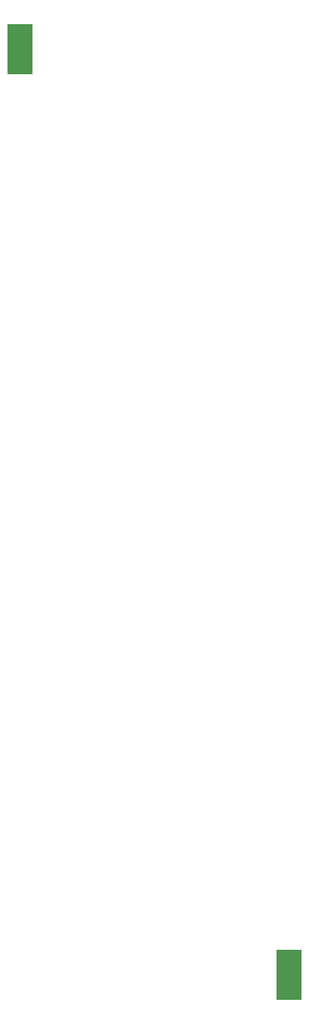
<source format=gbr>
G04 EAGLE Gerber X2 export*
%TF.Part,Single*%
%TF.FileFunction,Paste,Bot*%
%TF.FilePolarity,Positive*%
%TF.GenerationSoftware,Autodesk,EAGLE,9.2.2*%
%TF.CreationDate,2019-01-20T16:46:20Z*%
G75*
%MOMM*%
%FSLAX34Y34*%
%LPD*%
%INSolderpaste Bottom*%
%AMOC8*
5,1,8,0,0,1.08239X$1,22.5*%
G01*
%ADD10R,2.540000X5.080000*%


D10*
X280520Y970000D03*
X554290Y30220D03*
M02*

</source>
